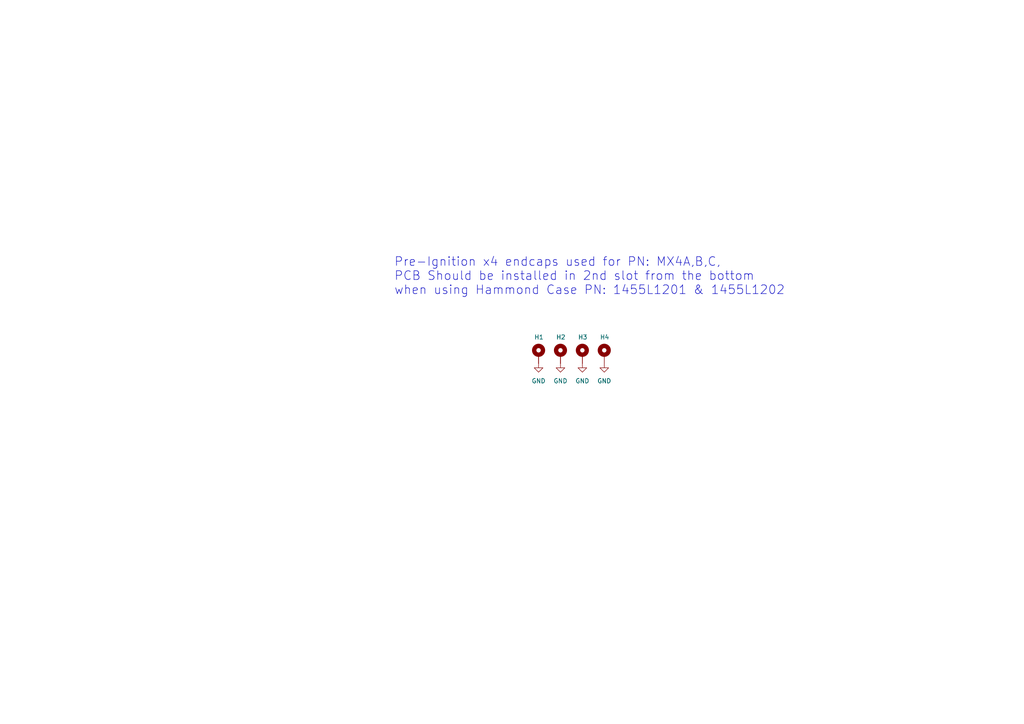
<source format=kicad_sch>
(kicad_sch (version 20230121) (generator eeschema)
  (paper "A4")
  (title_block (date "2024-02-07"))
  (lib_symbols
    (symbol "Mechanical:MountingHole_Pad" (pin_numbers hide) (pin_names (offset 1.016) hide)
      (property "Reference" "H" (at 0 6.35 0))
      (property "Value" "MountingHole_Pad" (at 0 4.445 0))
      (symbol "MountingHole_Pad_0_1"
        (circle (center 0 1.27) (radius 1.27) (stroke (width 1.27)))
      )
      (symbol "MountingHole_Pad_1_1"
        (pin input line (at 0 -2.54 90) (length 2.54) (name "1") (number "1"))
      )
    )
    (symbol "power:GND" (power) (pin_names (offset 0))
      (property "Value" "GND" (at 0 -3.81 0))
      (symbol "GND_0_1"
        (polyline (pts (xy 0 0) (xy 0 -1.27) (xy 1.27 -1.27) (xy 0 -2.54) (xy -1.27 -1.27) (xy 0 -1.27)))
      )
      (symbol "GND_1_1"
        (pin power_in line (at 0 0 270) (length 0) hide (name "GND") (number "1"))
      )
    )
  )
  (text "Pre-Ignition x4 endcaps used for PN: MX4A,B,C,\nPCB Should be installed in 2nd slot from the bottom\nwhen using Hammond Case PN: 1455L1201 & 1455L1202" (at 114.3 85.725 0) (effects (font (size 2.54 2.54)) (justify left bottom)))
  (symbol (lib_id "power:GND") (at 175.26 105.41 0) (unit 1)
    (property "Reference" "#PWR04" (effects hide))
    (property "Value" "GND" (at 175.26 110.49 0))
  )
  (symbol (lib_id "Mechanical:MountingHole_Pad") (at 162.56 102.87 0) (unit 1)
    (property "Reference" "H2" (at 161.29 97.79 0) (effects (justify left)))
    (property "Value" "MountingHole_Pad" (effects hide))
    (property "Footprint" "MountingHole:MountingHole_4.3mm_M4_Pad" (effects hide))
  )
  (symbol (lib_id "power:GND") (at 168.91 105.41 0) (unit 1)
    (property "Reference" "#PWR03" (effects hide))
    (property "Value" "GND" (at 168.91 110.49 0))
  )
  (symbol (lib_id "Mechanical:MountingHole_Pad") (at 156.21 102.87 0) (unit 1)
    (property "Reference" "H1" (at 154.94 97.79 0) (effects (justify left)))
    (property "Value" "MountingHole_Pad" (effects hide))
    (property "Footprint" "MountingHole:MountingHole_4.3mm_M4_Pad" (effects hide))
  )
  (symbol (lib_id "Mechanical:MountingHole_Pad") (at 175.26 102.87 0) (unit 1)
    (property "Reference" "H4" (at 173.99 97.79 0) (effects (justify left)))
    (property "Value" "MountingHole_Pad" (effects hide))
    (property "Footprint" "MountingHole:MountingHole_4.3mm_M4_Pad" (effects hide))
  )
  (symbol (lib_id "power:GND") (at 156.21 105.41 0) (unit 1)
    (property "Reference" "#PWR01" (effects hide))
    (property "Value" "GND" (at 156.21 110.49 0))
  )
  (symbol (lib_id "power:GND") (at 162.56 105.41 0) (unit 1)
    (property "Reference" "#PWR02" (effects hide))
    (property "Value" "GND" (at 162.56 110.49 0))
  )
  (symbol (lib_id "Mechanical:MountingHole_Pad") (at 168.91 102.87 0) (unit 1)
    (property "Reference" "H3" (at 167.64 97.79 0) (effects (justify left)))
    (property "Value" "MountingHole_Pad" (effects hide))
    (property "Footprint" "MountingHole:MountingHole_4.3mm_M4_Pad" (effects hide))
  )
)
</source>
